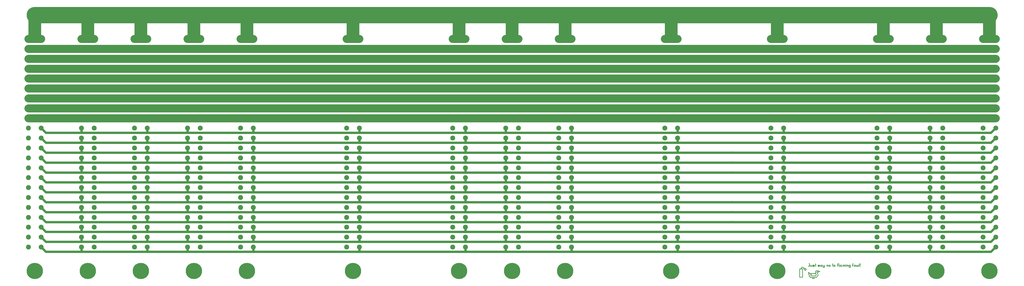
<source format=gtl>
G04 start of page 2 for group 0 idx 0 *
G04 Title: (unknown), top *
G04 Creator: pcb 20110918 *
G04 CreationDate: Mon May  5 15:54:35 2014 UTC *
G04 For: fosse *
G04 Format: Gerber/RS-274X *
G04 PCB-Dimensions: 2025000 500000 *
G04 PCB-Coordinate-Origin: lower left *
%MOIN*%
%FSLAX25Y25*%
%LNTOP*%
%ADD21C,0.1280*%
%ADD20C,0.0380*%
%ADD19C,0.2560*%
%ADD18C,0.0780*%
%ADD17C,0.2550*%
%ADD16C,0.0700*%
%ADD15C,0.1250*%
%ADD14C,0.2000*%
%ADD13C,0.0100*%
%ADD12C,0.0090*%
%ADD11C,0.0350*%
G54D11*X1437661Y180100D02*X1438461Y179300D01*
X1437661Y186600D02*Y180100D01*
Y164500D02*X1438461Y163700D01*
X1437661Y171000D02*Y164500D01*
Y148900D02*X1438461Y148100D01*
X1437661Y155400D02*Y148900D01*
Y133300D02*X1438461Y132500D01*
X1437661Y139800D02*Y133300D01*
Y195700D02*X1438461Y194900D01*
X1437661Y202200D02*Y195700D01*
X1540794Y233400D02*X1533494Y226100D01*
X1540794Y186600D02*X1533494Y179300D01*
X1540794Y171000D02*X1533494Y163700D01*
X1540794Y155400D02*X1533494Y148100D01*
X1540794Y139800D02*X1533494Y132500D01*
X1437661Y117700D02*X1438461Y116900D01*
X1437661Y124200D02*Y117700D01*
X1540794Y124200D02*X1533494Y116900D01*
X1437661Y102100D02*X1438461Y101300D01*
X1437661Y108600D02*Y102100D01*
X1540794Y108600D02*X1533494Y101300D01*
X1437661Y289300D02*X1438461Y288500D01*
X1437661Y295800D02*Y289300D01*
X1540794Y264600D02*X1533494Y257300D01*
X1540794Y280200D02*X1533494Y272900D01*
X1540794Y295800D02*X1533494Y288500D01*
X1374328Y295800D02*Y288500D01*
Y280200D02*Y272900D01*
Y264600D02*Y257300D01*
Y202200D02*Y194900D01*
Y217800D02*Y210500D01*
Y233400D02*Y226100D01*
Y139800D02*Y132500D01*
X1207662Y133000D02*X1208162Y132500D01*
X1374328Y155400D02*Y148100D01*
X1126362Y148300D02*X1126162Y148100D01*
X1207662Y155400D02*Y148600D01*
X1208162Y148100D01*
X1126362Y163900D02*X1126162Y163700D01*
X1126362Y179500D02*X1126162Y179300D01*
X1126362Y195100D02*X1126162Y194900D01*
X1126362Y210700D02*X1126162Y210500D01*
X1126362Y226300D02*X1126162Y226100D01*
X1207662Y171000D02*Y164200D01*
X1208162Y163700D01*
X1207662Y186600D02*Y179800D01*
X1208162Y179300D01*
X1207662Y202200D02*Y195400D01*
X1208162Y194900D01*
X1207662Y217800D02*Y211000D01*
X1208162Y210500D01*
X1207662Y233400D02*Y226600D01*
X1208162Y226100D01*
X1374328Y171000D02*Y163700D01*
Y186600D02*Y179300D01*
X1126362Y288700D02*X1126162Y288500D01*
X1207662Y295800D02*Y289000D01*
X1208162Y288500D01*
X1126362Y273100D02*X1126162Y272900D01*
X1207662Y280200D02*Y273400D01*
X1208162Y272900D01*
X1126362Y257500D02*X1126162Y257300D01*
X1207662Y264600D02*Y257800D01*
X1374328Y108600D02*Y101300D01*
X1126362Y101500D02*X1126162Y101300D01*
X1207662Y108600D02*Y101800D01*
X1374328Y124200D02*Y116900D01*
X1126362Y117100D02*X1126162Y116900D01*
X1207662Y124200D02*Y117400D01*
X1126362Y132700D02*X1126162Y132500D01*
X1207662Y139800D02*Y133000D01*
G54D12*X1256279Y66817D02*X1257779D01*
G54D13*X1248779D02*X1255779D01*
X1255279D02*X1256279D01*
G54D12*X1257779Y63317D02*X1251279D01*
G54D13*X1253779Y60317D02*Y59817D01*
X1258779Y60817D02*X1249779D01*
X1247779Y62817D01*
G54D12*X1249779Y64817D02*X1251779Y66817D01*
X1251279Y63317D02*X1249779Y64817D01*
G54D13*X1247779Y65317D02*X1246779Y66317D01*
Y68817D02*X1248779Y66817D01*
X1246779Y68817D02*Y66317D01*
X1247779Y62817D02*Y65317D01*
X1256279Y59317D02*X1252279D01*
X1256279Y66817D02*X1257779Y68317D01*
X1232779Y74317D02*Y61317D01*
X1237279D01*
Y74317D01*
X1232779D01*
X1234279D01*
X1235279Y75317D01*
X1236279Y74317D01*
X1235279Y75317D02*Y76317D01*
X1235779Y76817D01*
X1237779D01*
X1239279Y75317D01*
Y74317D01*
X1241779Y71817D01*
X1243279Y73317D01*
X1239279Y75317D02*X1241279D01*
X1243279Y73317D01*
X1258779Y71317D02*X1262279D01*
X1257779Y70317D02*X1258779Y71317D01*
G54D12*Y64317D02*X1257779Y63317D01*
Y66817D02*X1258779Y65817D01*
G54D13*X1259779Y68317D02*X1261279Y66817D01*
Y63317D01*
G54D12*X1258779Y65817D02*Y64317D01*
G54D13*X1261279Y63317D02*X1258779Y60817D01*
X1262279Y69317D02*X1259779D01*
Y68317D01*
X1262279Y71317D02*X1263279Y70317D01*
X1262279Y69317D01*
X1260779Y70817D02*Y70317D01*
X1263279D02*X1264779D01*
X1257779Y68317D02*Y70317D01*
G54D14*X31000Y474000D02*Y440500D01*
G54D15*X21000Y436200D02*X41000D01*
G54D16*X30700Y473700D02*X31000Y474000D01*
G54D14*X114333D02*Y440500D01*
G54D15*X104333Y436200D02*X124333D01*
G54D16*X114033Y473700D02*X114333Y474000D01*
G54D14*X197666D02*Y440500D01*
G54D16*X197366Y473700D02*X197666Y474000D01*
G54D11*X207666Y226600D02*X208166Y226100D01*
X207666Y233400D02*Y226600D01*
Y211000D02*X208166Y210500D01*
X207666Y217800D02*Y211000D01*
Y242200D02*X208166Y241700D01*
X207666Y249000D02*Y242200D01*
Y257800D02*X208166Y257300D01*
X207666Y264600D02*Y257800D01*
Y273400D02*X208166Y272900D01*
X207666Y280200D02*Y273400D01*
Y289000D02*X208166Y288500D01*
X207666Y295800D02*Y289000D01*
X270999Y226300D02*X270799Y226100D01*
X270999Y233400D02*Y226300D01*
Y210700D02*X270799Y210500D01*
X270999Y217800D02*Y210700D01*
Y241900D02*X270799Y241700D01*
X270999Y249000D02*Y241900D01*
Y257500D02*X270799Y257300D01*
X374332Y233400D02*Y226100D01*
Y217800D02*Y210500D01*
Y249000D02*Y241700D01*
Y264600D02*Y257300D01*
X270999Y264600D02*Y257500D01*
Y273100D02*X270799Y272900D01*
X374332Y280200D02*Y272900D01*
Y295800D02*Y288500D01*
X270999Y280200D02*Y273100D01*
Y288700D02*X270799Y288500D01*
X270999Y295800D02*Y288700D01*
G54D15*X187666Y436200D02*X207666D01*
G54D14*X280999Y474000D02*Y440500D01*
G54D15*X270999Y436200D02*X290999D01*
G54D14*X364332Y474000D02*Y440500D01*
G54D15*X354332Y436200D02*X374332D01*
G54D14*X530998Y474000D02*Y440500D01*
G54D15*X520998Y436200D02*X540998D01*
G54D11*X48300Y226100D02*X41000Y233400D01*
X48300Y210500D02*X41000Y217800D01*
X48300Y194900D02*X41000Y202200D01*
X48300Y241700D02*X41000Y249000D01*
X48300Y257300D02*X41000Y264600D01*
X48300Y272900D02*X41000Y280200D01*
X48300Y288500D02*X41000Y295800D01*
X48300Y179300D02*X41000Y186600D01*
X48300Y163700D02*X41000Y171000D01*
X48300Y148100D02*X41000Y155400D01*
X48300Y132500D02*X41000Y139800D01*
X48300Y116900D02*X41000Y124200D01*
X48300Y101300D02*X41000Y108600D01*
X104333Y210700D02*X104133Y210500D01*
X104333Y217800D02*Y210700D01*
Y195100D02*X104133Y194900D01*
X104333Y202200D02*Y195100D01*
Y179500D02*X104133Y179300D01*
X104333Y163900D02*X104133Y163700D01*
X104333Y171000D02*Y163900D01*
Y186600D02*Y179500D01*
Y226300D02*X104133Y226100D01*
X104333Y233400D02*Y226300D01*
Y241900D02*X104133Y241700D01*
X104333Y249000D02*Y241900D01*
Y257500D02*X104133Y257300D01*
X104333Y264600D02*Y257500D01*
Y273100D02*X104133Y272900D01*
X104333Y280200D02*Y273100D01*
Y288700D02*X104133Y288500D01*
X104333Y295800D02*Y288700D01*
Y148300D02*X104133Y148100D01*
X104333Y155400D02*Y148300D01*
Y132700D02*X104133Y132500D01*
X104333Y139800D02*Y132700D01*
Y117100D02*X104133Y116900D01*
X104333Y101500D02*X104133Y101300D01*
X104333Y108600D02*Y101500D01*
Y124200D02*Y117100D01*
X207666Y179800D02*X208166Y179300D01*
X207666Y186600D02*Y179800D01*
Y164200D02*X208166Y163700D01*
X207666Y171000D02*Y164200D01*
Y148600D02*X208166Y148100D01*
X207666Y155400D02*Y148600D01*
Y195400D02*X208166Y194900D01*
X207666Y202200D02*Y195400D01*
X270999Y195100D02*X270799Y194900D01*
X270999Y202200D02*Y195100D01*
X207666Y133000D02*X208166Y132500D01*
X207666Y139800D02*Y133000D01*
X270999Y179500D02*X270799Y179300D01*
X270999Y186600D02*Y179500D01*
Y163900D02*X270799Y163700D01*
X270999Y171000D02*Y163900D01*
Y148300D02*X270799Y148100D01*
X270999Y155400D02*Y148300D01*
Y132700D02*X270799Y132500D01*
X270999Y139800D02*Y132700D01*
X374332Y186600D02*Y179300D01*
Y171000D02*Y163700D01*
Y155400D02*Y148100D01*
Y139800D02*Y132500D01*
X540998Y179800D02*X541498Y179300D01*
X540998Y186600D02*Y179800D01*
Y164200D02*X541498Y163700D01*
X540998Y171000D02*Y164200D01*
Y148600D02*X541498Y148100D01*
X540998Y155400D02*Y148600D01*
Y133000D02*X541498Y132500D01*
G54D15*X21000Y373800D02*X1503500D01*
X21100Y358200D02*X1540994D01*
X21000D02*X1503500D01*
X21100Y342600D02*X1540994D01*
X21000D02*X1503500D01*
X21100Y327000D02*X1540994D01*
X21000D02*X1503500D01*
X21100Y311400D02*X1540994D01*
X21000D02*X1503500D01*
G54D11*X1540794Y217800D02*X1533494Y210500D01*
X1540794Y202200D02*X1533494Y194900D01*
X874330Y202200D02*Y195400D01*
X770997Y202200D02*Y195100D01*
X770797Y194900D01*
X874330Y195400D02*X874830Y194900D01*
X874330Y217800D02*Y211000D01*
X770997Y217800D02*Y210700D01*
X770797Y210500D01*
X874330Y211000D02*X874830Y210500D01*
X874330Y233400D02*Y226600D01*
X874830Y226100D01*
X770997Y233400D02*Y226300D01*
X770797Y226100D01*
X1533500Y241706D02*X48300Y241700D01*
X1040996Y249000D02*Y241700D01*
X874330Y249000D02*Y242200D01*
X874830Y241700D01*
X770997Y249000D02*Y241900D01*
X770797Y241700D01*
X1533500Y257306D02*X48300Y257300D01*
X1533494Y272900D02*X48300D01*
X874330Y257800D02*X874830Y257300D01*
X770997Y273100D02*X770797Y272900D01*
X770997Y264600D02*Y257500D01*
X770797Y257300D01*
X874330Y295800D02*Y289000D01*
X874830Y288500D01*
X874330Y280200D02*Y273400D01*
X874830Y272900D01*
X770997Y295800D02*Y288700D01*
X770797Y288500D01*
X1533497Y288503D02*X48300Y288500D01*
X874330Y264600D02*Y257800D01*
X770997Y280200D02*Y273100D01*
G54D15*X21100Y373800D02*X1540994D01*
X21100Y389400D02*X1540994D01*
X21000D02*X1503500D01*
X21100Y405000D02*X1540994D01*
X21100Y420600D02*X1540994D01*
X21000D02*X1540994D01*
X21000Y405000D02*X1503500D01*
G54D11*X540998Y226600D02*X541498Y226100D01*
X540998Y233400D02*Y226600D01*
X707664Y233400D02*Y226100D01*
X1437661Y226900D02*X1438461Y226100D01*
X1437661Y233400D02*Y226900D01*
X540998Y211000D02*X541498Y210500D01*
X1437661Y211300D02*X1438461Y210500D01*
X1437661Y217800D02*Y211300D01*
X540998Y217800D02*Y211000D01*
X707664Y217800D02*Y210500D01*
X540998Y242200D02*X541498Y241700D01*
X540998Y249000D02*Y242200D01*
X707664Y249000D02*Y241700D01*
Y264600D02*Y257300D01*
Y280200D02*Y272900D01*
Y295800D02*Y288500D01*
X540998Y257800D02*X541498Y257300D01*
X540998Y264600D02*Y257800D01*
Y273400D02*X541498Y272900D01*
X540998Y280200D02*Y273400D01*
Y289000D02*X541498Y288500D01*
X540998Y295800D02*Y289000D01*
G54D16*X280699Y473700D02*X280999Y474000D01*
X364032Y473700D02*X364332Y474000D01*
X530698Y473700D02*X530998Y474000D01*
G54D11*X1040996Y139800D02*Y132500D01*
X874330Y133000D02*X874830Y132500D01*
X770997Y139800D02*Y132700D01*
X770797Y132500D01*
X1040996Y155400D02*Y148100D01*
X874330Y155400D02*Y148600D01*
X874830Y148100D01*
X770997Y155400D02*Y148300D01*
X770797Y148100D01*
X1040996Y171000D02*Y163700D01*
X874330Y171000D02*Y164200D01*
X874830Y163700D01*
X770997Y171000D02*Y163900D01*
X770797Y163700D01*
X1040996Y186600D02*Y179300D01*
X874330Y186600D02*Y179800D01*
X874830Y179300D01*
X770997Y186600D02*Y179500D01*
X770797Y179300D01*
X1437661Y242500D02*X1438461Y241700D01*
X1437661Y249000D02*Y242500D01*
Y258100D02*X1438461Y257300D01*
X1437661Y264600D02*Y258100D01*
Y273700D02*X1438461Y272900D01*
X1437661Y280200D02*Y273700D01*
G54D14*X697664Y474000D02*Y440500D01*
G54D15*X687664Y436200D02*X707664D01*
G54D14*X780997Y474000D02*Y440500D01*
G54D16*X1447361Y473700D02*X1447661Y474000D01*
X1530694Y473700D02*X1530994Y474000D01*
G54D14*X1447661D02*Y440500D01*
G54D15*X1437661Y436200D02*X1457661D01*
G54D14*X1530994Y474000D02*Y440500D01*
G54D15*X1520994Y436200D02*X1540994D01*
X1354328D02*X1374328D01*
G54D14*X1364328Y474000D02*Y440500D01*
G54D16*X1364028Y473700D02*X1364328Y474000D01*
X1197362Y473700D02*X1197662Y474000D01*
G54D17*X1530994D02*X31000D01*
G54D16*X697364Y473700D02*X697664Y474000D01*
X1030696Y473700D02*X1030996Y474000D01*
X864030Y473700D02*X864330Y474000D01*
X780697Y473700D02*X780997Y474000D01*
G54D15*X1187662Y436200D02*X1207662D01*
G54D14*X1197662Y474000D02*Y440500D01*
G54D15*X1020996Y436200D02*X1040996D01*
G54D14*X1030996Y474000D02*Y440500D01*
G54D15*X854330Y436200D02*X874330D01*
G54D14*X864330Y474000D02*Y440500D01*
G54D15*X770997Y436200D02*X790997D01*
G54D11*X1207662Y257800D02*X1208162Y257300D01*
X1040996Y295800D02*Y288500D01*
Y280200D02*Y272900D01*
Y264600D02*Y257300D01*
X1540794Y249000D02*X1533494Y241700D01*
X1374328Y249000D02*Y241700D01*
X1126362Y241900D02*X1126162Y241700D01*
X1207662Y249000D02*Y242200D01*
X1208162Y241700D01*
X207666Y117400D02*X208166Y116900D01*
X207666Y124200D02*Y117400D01*
X270999Y117100D02*X270799Y116900D01*
X270999Y124200D02*Y117100D01*
X374332Y124200D02*Y116900D01*
X207666Y101800D02*X208166Y101300D01*
X207666Y108600D02*Y101800D01*
X270999Y101500D02*X270799Y101300D01*
X270999Y108600D02*Y101500D01*
X374332Y108600D02*Y101300D01*
Y202200D02*Y194900D01*
X540998Y195400D02*X541498Y194900D01*
X540998Y202200D02*Y195400D01*
X1533494Y226100D02*X48300D01*
X1533497Y210503D02*X48300Y210500D01*
X1533500Y194906D02*X48300Y194900D01*
X707664Y202200D02*Y194900D01*
X1533500Y179306D02*X48300Y179300D01*
X1533494Y163700D02*X48300D01*
X1533500Y148106D02*X48300Y148100D01*
X1533500Y132506D02*X48300Y132500D01*
X707664Y155400D02*Y148100D01*
Y139800D02*Y132500D01*
X540998Y139800D02*Y133000D01*
X707664Y186600D02*Y179300D01*
Y171000D02*Y163700D01*
X1040996Y202200D02*Y194900D01*
Y217800D02*Y210500D01*
Y233400D02*Y226100D01*
X1533500Y116906D02*X48300Y116900D01*
X707664Y124200D02*Y116900D01*
X874330Y124200D02*Y117400D01*
X874830Y116900D01*
X770997Y124200D02*Y117100D01*
X770797Y116900D01*
X1533500Y101306D02*X48300Y101300D01*
X707664Y108600D02*Y101300D01*
X874330Y108600D02*Y101800D01*
X874830Y101300D01*
X770997Y108600D02*Y101500D01*
X770797Y101300D01*
X1207662Y101800D02*X1208162Y101300D01*
X1040996Y108600D02*Y101300D01*
X1207662Y117400D02*X1208162Y116900D01*
X1040996Y124200D02*Y116900D01*
X874330Y139800D02*Y133000D01*
X540998Y101800D02*X541498Y101300D01*
X540998Y108600D02*Y101800D01*
Y117400D02*X541498Y116900D01*
X540998Y124200D02*Y117400D01*
G54D13*X1247491Y82583D02*X1248371D01*
Y78733D01*
X1247821Y78183D02*X1248371Y78733D01*
X1247271Y78183D02*X1247821D01*
X1246721Y78733D02*X1247271Y78183D01*
X1246721Y79283D02*Y78733D01*
X1249691Y80383D02*Y78733D01*
X1250241Y78183D01*
X1251341D01*
X1251891Y78733D01*
Y80383D02*Y78733D01*
X1253761Y78183D02*X1255411D01*
X1255961Y78733D01*
X1255411Y79283D02*X1255961Y78733D01*
X1253761Y79283D02*X1255411D01*
X1253211Y79833D02*X1253761Y79283D01*
X1253211Y79833D02*X1253761Y80383D01*
X1255411D01*
X1255961Y79833D01*
X1253211Y78733D02*X1253761Y78183D01*
X1257831Y82583D02*Y78733D01*
X1258381Y78183D01*
X1257281Y80933D02*X1258381D01*
X1262011Y78183D02*X1263661D01*
X1264211Y78733D01*
X1263661Y79283D02*X1264211Y78733D01*
X1262011Y79283D02*X1263661D01*
X1261461Y79833D02*X1262011Y79283D01*
X1261461Y79833D02*X1262011Y80383D01*
X1263661D01*
X1264211Y79833D01*
X1261461Y78733D02*X1262011Y78183D01*
X1267181Y80383D02*X1267731Y79833D01*
X1266081Y80383D02*X1267181D01*
X1265531Y79833D02*X1266081Y80383D01*
X1265531Y79833D02*Y78733D01*
X1266081Y78183D01*
X1267731Y80383D02*Y78733D01*
X1268281Y78183D01*
X1266081D02*X1267181D01*
X1267731Y78733D01*
X1269601Y80383D02*Y78733D01*
X1270151Y78183D01*
X1271801Y80383D02*Y77083D01*
X1271251Y76533D02*X1271801Y77083D01*
X1270151Y76533D02*X1271251D01*
X1269601Y77083D02*X1270151Y76533D01*
Y78183D02*X1271251D01*
X1271801Y78733D01*
X1275651Y79833D02*Y78183D01*
Y79833D02*X1276201Y80383D01*
X1276751D01*
X1277301Y79833D01*
Y78183D01*
X1275101Y80383D02*X1275651Y79833D01*
X1278621D02*Y78733D01*
Y79833D02*X1279171Y80383D01*
X1280271D01*
X1280821Y79833D01*
Y78733D01*
X1280271Y78183D02*X1280821Y78733D01*
X1279171Y78183D02*X1280271D01*
X1278621Y78733D02*X1279171Y78183D01*
X1284671Y82583D02*Y78733D01*
X1285221Y78183D01*
X1284121Y80933D02*X1285221D01*
X1286321Y79833D02*Y78733D01*
Y79833D02*X1286871Y80383D01*
X1287971D01*
X1288521Y79833D01*
Y78733D01*
X1287971Y78183D02*X1288521Y78733D01*
X1286871Y78183D02*X1287971D01*
X1286321Y78733D02*X1286871Y78183D01*
X1292371Y82033D02*Y78183D01*
Y82033D02*X1292921Y82583D01*
X1293471D01*
X1291821Y80383D02*X1292921D01*
X1294571Y82583D02*Y78733D01*
X1295121Y78183D01*
X1297871Y80383D02*X1298421Y79833D01*
X1296771Y80383D02*X1297871D01*
X1296221Y79833D02*X1296771Y80383D01*
X1296221Y79833D02*Y78733D01*
X1296771Y78183D01*
X1298421Y80383D02*Y78733D01*
X1298971Y78183D01*
X1296771D02*X1297871D01*
X1298421Y78733D01*
X1300841Y79833D02*Y78183D01*
Y79833D02*X1301391Y80383D01*
X1301941D01*
X1302491Y79833D01*
Y78183D01*
Y79833D02*X1303041Y80383D01*
X1303591D01*
X1304141Y79833D01*
Y78183D01*
X1300291Y80383D02*X1300841Y79833D01*
X1305461Y81483D02*Y81373D01*
Y79833D02*Y78183D01*
X1307111Y79833D02*Y78183D01*
Y79833D02*X1307661Y80383D01*
X1308211D01*
X1308761Y79833D01*
Y78183D01*
X1306561Y80383D02*X1307111Y79833D01*
X1311731Y80383D02*X1312281Y79833D01*
X1310631Y80383D02*X1311731D01*
X1310081Y79833D02*X1310631Y80383D01*
X1310081Y79833D02*Y78733D01*
X1310631Y78183D01*
X1311731D01*
X1312281Y78733D01*
X1310081Y77083D02*X1310631Y76533D01*
X1311731D01*
X1312281Y77083D01*
Y80383D02*Y77083D01*
X1316131Y82033D02*Y78183D01*
Y82033D02*X1316681Y82583D01*
X1317231D01*
X1315581Y80383D02*X1316681D01*
X1318331Y79833D02*Y78733D01*
Y79833D02*X1318881Y80383D01*
X1319981D01*
X1320531Y79833D01*
Y78733D01*
X1319981Y78183D02*X1320531Y78733D01*
X1318881Y78183D02*X1319981D01*
X1318331Y78733D02*X1318881Y78183D01*
X1321851Y80383D02*Y78733D01*
X1322401Y78183D01*
X1322951D01*
X1323501Y78733D01*
Y80383D02*Y78733D01*
X1324051Y78183D01*
X1324601D01*
X1325151Y78733D01*
Y80383D02*Y78733D01*
X1326471Y82583D02*Y78733D01*
X1327021Y78183D01*
X1328121Y78733D02*Y78183D01*
Y82583D02*Y79833D01*
G54D18*X104333Y436200D03*
Y420600D03*
Y405000D03*
Y389400D03*
Y373800D03*
Y358200D03*
Y342600D03*
Y327000D03*
Y311400D03*
Y295800D03*
Y280200D03*
X124333Y436200D03*
Y420600D03*
Y405000D03*
Y389400D03*
Y373800D03*
Y358200D03*
Y342600D03*
Y327000D03*
Y311400D03*
Y295800D03*
Y280200D03*
X207666Y373800D03*
Y358200D03*
Y342600D03*
Y327000D03*
Y311400D03*
Y295800D03*
Y280200D03*
X187666Y358200D03*
Y342600D03*
Y327000D03*
Y311400D03*
Y295800D03*
Y280200D03*
G54D19*X197666Y474000D03*
X280999D03*
G54D18*X270999Y436200D03*
X207666D03*
X187666D03*
Y420600D03*
X207666D03*
Y405000D03*
Y389400D03*
X187666Y405000D03*
Y389400D03*
Y373800D03*
X270999Y420600D03*
Y405000D03*
Y389400D03*
Y373800D03*
Y358200D03*
Y342600D03*
Y327000D03*
Y311400D03*
Y295800D03*
Y280200D03*
X290999Y436200D03*
Y420600D03*
Y405000D03*
Y389400D03*
Y373800D03*
Y358200D03*
Y342600D03*
Y327000D03*
Y311400D03*
Y295800D03*
Y280200D03*
G54D19*X364332Y474000D03*
G54D18*X374332Y436200D03*
X354332D03*
Y420600D03*
X374332D03*
Y405000D03*
Y389400D03*
X354332Y405000D03*
Y389400D03*
Y373800D03*
X374332D03*
Y358200D03*
Y342600D03*
Y327000D03*
Y311400D03*
Y295800D03*
Y280200D03*
X354332Y358200D03*
Y342600D03*
Y327000D03*
Y311400D03*
Y295800D03*
Y280200D03*
G54D19*X530998Y474000D03*
G54D18*X540998Y436200D03*
X520998D03*
Y420600D03*
X540998D03*
Y405000D03*
Y389400D03*
X520998Y405000D03*
Y389400D03*
Y373800D03*
X540998D03*
Y358200D03*
Y342600D03*
Y327000D03*
Y311400D03*
Y295800D03*
Y280200D03*
X520998Y358200D03*
Y342600D03*
Y327000D03*
Y311400D03*
Y295800D03*
Y280200D03*
G54D19*X697664Y474000D03*
G54D18*X707664Y436200D03*
X687664D03*
X707664Y420600D03*
X687664D03*
X707664Y405000D03*
X687664D03*
Y389400D03*
X707664D03*
Y373800D03*
Y358200D03*
Y342600D03*
Y327000D03*
Y311400D03*
Y295800D03*
Y280200D03*
X687664Y373800D03*
Y358200D03*
Y342600D03*
Y327000D03*
Y311400D03*
Y295800D03*
Y280200D03*
G54D19*X31000Y70800D03*
X114333D03*
X197666D03*
G54D18*X21000Y264600D03*
Y249000D03*
Y233400D03*
Y217800D03*
Y202200D03*
Y186600D03*
Y171000D03*
Y155400D03*
Y139800D03*
Y124200D03*
Y108600D03*
X41000Y202200D03*
Y186600D03*
Y171000D03*
Y155400D03*
Y139800D03*
Y124200D03*
Y108600D03*
X104333Y233400D03*
Y217800D03*
Y202200D03*
Y186600D03*
Y171000D03*
Y155400D03*
Y139800D03*
Y124200D03*
Y108600D03*
X270999Y202200D03*
X290999D03*
X270999Y186600D03*
X290999D03*
X270999Y171000D03*
X290999D03*
X270999Y155400D03*
X290999D03*
X270999Y139800D03*
X290999D03*
X270999Y233400D03*
Y217800D03*
X290999Y233400D03*
Y217800D03*
X187666Y124200D03*
X270999D03*
X290999D03*
X187666Y108600D03*
X270999D03*
X290999D03*
G54D19*X280999Y70800D03*
X364332D03*
X530998D03*
G54D18*X374332Y124200D03*
X354332D03*
X540998D03*
X520998D03*
X374332Y108600D03*
X354332D03*
X540998D03*
X520998D03*
G54D19*X31000Y474000D03*
G54D18*X21000Y436200D03*
Y420600D03*
Y405000D03*
Y389400D03*
Y373800D03*
X41000Y436200D03*
Y420600D03*
Y405000D03*
Y389400D03*
Y373800D03*
G54D19*X114333Y474000D03*
G54D18*X41000Y358200D03*
X21000D03*
X41000Y342600D03*
X21000D03*
X41000Y327000D03*
X21000D03*
Y311400D03*
Y295800D03*
Y280200D03*
X41000Y311400D03*
Y295800D03*
Y280200D03*
Y264600D03*
Y249000D03*
Y233400D03*
Y217800D03*
X104333Y264600D03*
Y249000D03*
X124333Y264600D03*
Y249000D03*
Y233400D03*
Y217800D03*
Y202200D03*
Y186600D03*
Y171000D03*
Y155400D03*
Y139800D03*
Y124200D03*
Y108600D03*
X207666Y264600D03*
X187666D03*
X207666Y249000D03*
X187666D03*
X207666Y233400D03*
X187666D03*
X207666Y217800D03*
X187666D03*
Y202200D03*
X207666D03*
Y186600D03*
Y171000D03*
Y155400D03*
Y139800D03*
Y124200D03*
Y108600D03*
X187666Y186600D03*
Y171000D03*
Y155400D03*
Y139800D03*
X270999Y264600D03*
Y249000D03*
X290999Y264600D03*
Y249000D03*
X374332Y264600D03*
X354332D03*
X374332Y249000D03*
X354332D03*
X374332Y233400D03*
X354332D03*
X374332Y217800D03*
X354332D03*
Y202200D03*
X374332D03*
Y186600D03*
Y171000D03*
Y155400D03*
Y139800D03*
X354332Y186600D03*
Y171000D03*
Y155400D03*
Y139800D03*
X540998Y264600D03*
X520998D03*
X707664D03*
X687664D03*
X540998Y249000D03*
X520998D03*
X707664D03*
X687664D03*
X540998Y233400D03*
X520998D03*
X707664D03*
X687664D03*
X540998Y217800D03*
X520998D03*
Y202200D03*
X707664D03*
X687664Y217800D03*
Y202200D03*
X540998D03*
Y186600D03*
Y171000D03*
Y155400D03*
Y139800D03*
X520998Y186600D03*
Y171000D03*
Y155400D03*
Y139800D03*
X707664Y217800D03*
Y186600D03*
Y171000D03*
Y155400D03*
Y139800D03*
X687664Y186600D03*
Y171000D03*
Y155400D03*
Y139800D03*
G54D19*X1447661Y474000D03*
X1530994D03*
X1364328D03*
G54D18*X1437661Y436200D03*
X1457661D03*
Y420600D03*
X1437661D03*
Y405000D03*
Y389400D03*
X1457661Y405000D03*
Y389400D03*
Y373800D03*
X1540994Y436200D03*
Y420600D03*
Y405000D03*
X1520994Y436200D03*
Y420600D03*
Y405000D03*
X1437661Y233400D03*
Y217800D03*
Y202200D03*
Y186600D03*
Y171000D03*
Y155400D03*
Y139800D03*
X1457661Y233400D03*
Y217800D03*
Y202200D03*
Y186600D03*
Y171000D03*
Y155400D03*
Y139800D03*
G54D19*X1447661Y70800D03*
G54D18*X1437661Y124200D03*
Y108600D03*
X1457661Y124200D03*
Y108600D03*
X1540994Y233400D03*
Y217800D03*
Y202200D03*
Y186600D03*
Y171000D03*
Y155400D03*
Y139800D03*
X1520994Y155400D03*
Y139800D03*
G54D19*X1530994Y70800D03*
G54D18*X1520994Y124200D03*
Y108600D03*
X1437661Y373800D03*
Y358200D03*
Y342600D03*
Y327000D03*
Y311400D03*
Y295800D03*
X1457661Y358200D03*
Y342600D03*
Y327000D03*
Y311400D03*
Y295800D03*
X1540994Y389400D03*
Y373800D03*
Y358200D03*
Y342600D03*
Y327000D03*
Y311400D03*
Y295800D03*
X1520994Y389400D03*
Y373800D03*
Y358200D03*
Y342600D03*
Y327000D03*
Y311400D03*
Y295800D03*
X1374328Y436200D03*
Y420600D03*
X1354328Y436200D03*
Y420600D03*
Y405000D03*
X1374328D03*
Y389400D03*
Y373800D03*
Y358200D03*
Y342600D03*
Y327000D03*
Y311400D03*
Y295800D03*
X1354328Y389400D03*
Y373800D03*
Y358200D03*
Y342600D03*
Y327000D03*
Y311400D03*
Y295800D03*
X1437661Y280200D03*
X1457661D03*
X1540994D03*
X1520994D03*
X1437661Y264600D03*
X1540994D03*
X1520994D03*
X1457661D03*
Y249000D03*
X1540994D03*
X1520994D03*
Y233400D03*
Y217800D03*
Y202200D03*
Y186600D03*
Y171000D03*
X1374328Y186600D03*
Y171000D03*
Y155400D03*
Y139800D03*
X1354328Y186600D03*
Y171000D03*
Y155400D03*
Y139800D03*
X1437661Y249000D03*
X1374328Y280200D03*
X1354328D03*
X1374328Y264600D03*
X1354328D03*
X1374328Y233400D03*
Y217800D03*
Y202200D03*
Y249000D03*
X1354328D03*
Y233400D03*
Y217800D03*
Y202200D03*
G54D19*X697664Y70800D03*
G54D18*X707664Y124200D03*
Y108600D03*
X687664Y124200D03*
Y108600D03*
G54D19*X780997Y70800D03*
G54D18*X770997Y124200D03*
Y108600D03*
X790997Y124200D03*
Y108600D03*
X1040996Y280200D03*
X1020996D03*
Y264600D03*
Y249000D03*
X1040996Y264600D03*
X874330Y280200D03*
X854330D03*
Y264600D03*
Y249000D03*
X874330Y264600D03*
Y249000D03*
Y233400D03*
Y217800D03*
Y202200D03*
Y186600D03*
Y171000D03*
Y155400D03*
Y139800D03*
Y108600D03*
X854330Y233400D03*
Y217800D03*
Y202200D03*
Y186600D03*
Y171000D03*
Y155400D03*
Y139800D03*
Y124200D03*
Y108600D03*
X770997Y280200D03*
X790997D03*
Y264600D03*
Y249000D03*
X770997Y264600D03*
Y249000D03*
Y233400D03*
Y217800D03*
Y202200D03*
Y186600D03*
Y171000D03*
Y155400D03*
Y139800D03*
X790997Y233400D03*
Y217800D03*
Y202200D03*
Y186600D03*
Y171000D03*
Y155400D03*
Y139800D03*
G54D19*X1197662Y474000D03*
G54D18*X1207662Y436200D03*
X1187662D03*
Y420600D03*
X1207662D03*
Y405000D03*
Y389400D03*
X1187662Y405000D03*
Y389400D03*
Y373800D03*
X1207662D03*
Y358200D03*
Y342600D03*
Y327000D03*
Y311400D03*
Y295800D03*
X1187662Y358200D03*
Y342600D03*
Y327000D03*
Y311400D03*
Y295800D03*
G54D19*X1030996Y474000D03*
G54D18*X1040996Y436200D03*
X1020996D03*
X1040996Y420600D03*
X1020996D03*
X1040996Y405000D03*
X1020996D03*
Y389400D03*
X1040996D03*
Y373800D03*
Y358200D03*
Y342600D03*
Y327000D03*
Y311400D03*
Y295800D03*
X1020996Y373800D03*
Y358200D03*
Y342600D03*
Y327000D03*
Y311400D03*
Y295800D03*
G54D19*X864330Y474000D03*
G54D18*X874330Y436200D03*
X854330D03*
X874330Y420600D03*
X854330D03*
G54D19*X780997Y474000D03*
G54D18*X874330Y405000D03*
X854330D03*
Y389400D03*
X874330D03*
Y373800D03*
Y358200D03*
Y342600D03*
Y327000D03*
Y311400D03*
Y295800D03*
X854330Y373800D03*
Y358200D03*
Y342600D03*
Y327000D03*
Y311400D03*
Y295800D03*
X770997Y436200D03*
Y420600D03*
Y405000D03*
Y389400D03*
Y373800D03*
Y358200D03*
Y342600D03*
Y327000D03*
Y311400D03*
Y295800D03*
X790997Y436200D03*
Y420600D03*
Y405000D03*
Y389400D03*
Y373800D03*
Y358200D03*
Y342600D03*
Y327000D03*
Y311400D03*
Y295800D03*
X1207662Y280200D03*
Y264600D03*
Y249000D03*
X1187662Y280200D03*
Y264600D03*
Y249000D03*
X1207662Y233400D03*
Y217800D03*
Y202200D03*
Y186600D03*
Y171000D03*
Y155400D03*
Y139800D03*
X1187662Y233400D03*
Y217800D03*
Y202200D03*
Y186600D03*
Y171000D03*
Y155400D03*
Y139800D03*
X1040996Y249000D03*
Y233400D03*
Y217800D03*
Y202200D03*
Y186600D03*
Y171000D03*
Y155400D03*
Y139800D03*
X1020996Y233400D03*
Y217800D03*
Y202200D03*
Y186600D03*
Y171000D03*
Y155400D03*
Y139800D03*
X1540994Y124200D03*
Y108600D03*
G54D19*X1364328Y70800D03*
X1197662D03*
X1030996D03*
X864330D03*
G54D18*X1374328Y124200D03*
X1354328D03*
X1207662D03*
X1187662D03*
X1374328Y108600D03*
X1354328D03*
X1207662D03*
X1187662D03*
X1040996D03*
X1020996D03*
X1040996Y124200D03*
X1020996D03*
X874330D03*
G54D20*G54D21*G54D20*G54D21*G54D20*G54D21*G54D20*G54D21*G54D20*G54D21*G54D20*G54D21*G54D20*G54D21*G54D20*G54D21*G54D20*G54D21*G54D20*G54D21*G54D20*G54D21*G54D20*G54D21*G54D20*G54D21*G54D20*G54D21*G54D20*G54D21*G54D20*G54D21*G54D20*G54D21*G54D20*G54D21*G54D20*M02*

</source>
